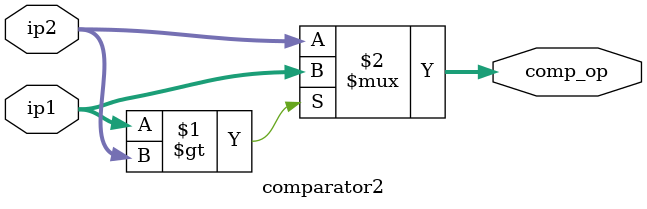
<source format=v>
`timescale 1ns / 1ps

module comparator2(
    input [7:0] ip1,
    input [7:0] ip2,
    output [7:0] comp_op);
    
    assign comp_op = (ip1>ip2)?ip1:ip2;
endmodule
//master_rst?32'h0:(rst?(32'h0):
</source>
